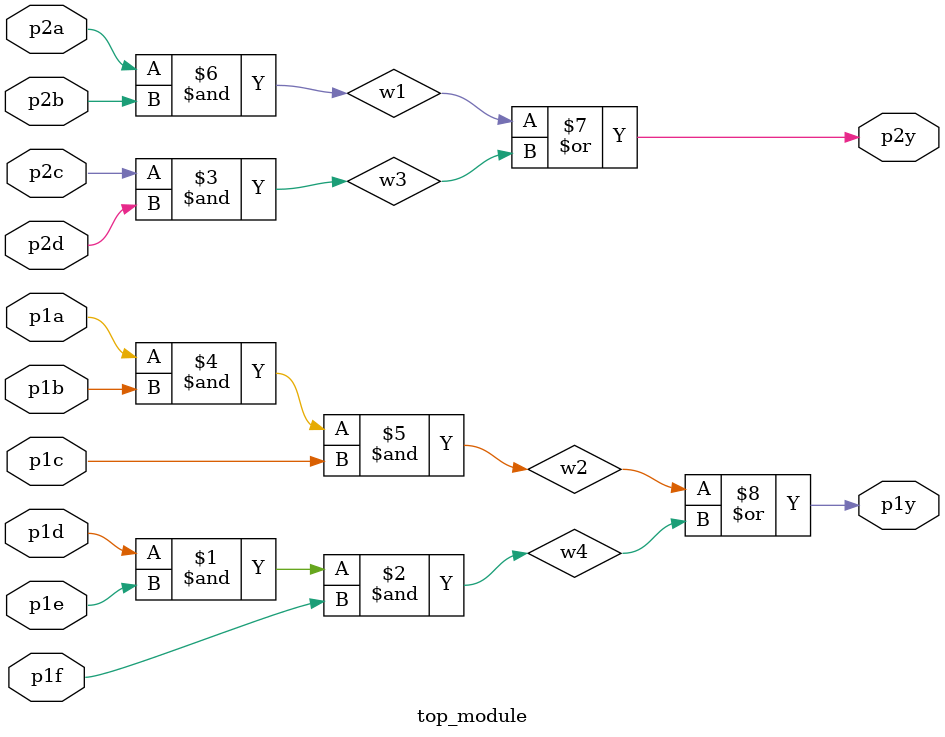
<source format=v>
module top_module ( 
    input p1a, p1b, p1c, p1d, p1e, p1f,
    output p1y,
    input p2a, p2b, p2c, p2d,
    output p2y );
    
    wire w1,w2,w3,w4;
    assign {w1,w2,w3,w4}={(p2a&p2b),(p1a&p1b&p1c),(p2c&p2d),(p1d&p1e&p1f)};
    assign {p1y,p2y}={(w2|w4),(w1|w3)};

endmodule

</source>
